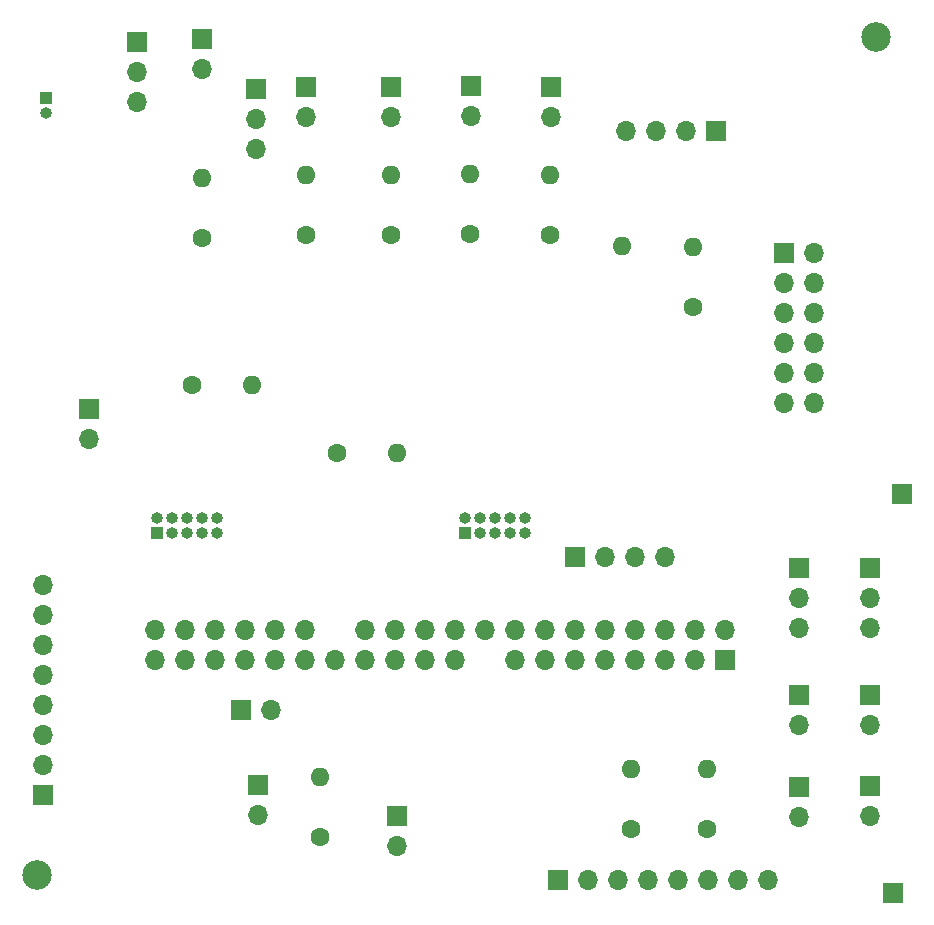
<source format=gbr>
%TF.GenerationSoftware,KiCad,Pcbnew,8.0.8*%
%TF.CreationDate,2025-03-27T16:07:45-04:00*%
%TF.ProjectId,GRIT_main_pcb,47524954-5f6d-4616-996e-5f7063622e6b,rev?*%
%TF.SameCoordinates,Original*%
%TF.FileFunction,Soldermask,Bot*%
%TF.FilePolarity,Negative*%
%FSLAX46Y46*%
G04 Gerber Fmt 4.6, Leading zero omitted, Abs format (unit mm)*
G04 Created by KiCad (PCBNEW 8.0.8) date 2025-03-27 16:07:45*
%MOMM*%
%LPD*%
G01*
G04 APERTURE LIST*
%ADD10R,1.700000X1.700000*%
%ADD11O,1.700000X1.700000*%
%ADD12C,1.600000*%
%ADD13O,1.600000X1.600000*%
%ADD14R,1.000000X1.000000*%
%ADD15O,1.000000X1.000000*%
%ADD16C,2.500000*%
G04 APERTURE END LIST*
D10*
%TO.C,Rel2*%
X35000000Y-20975000D03*
D11*
X35000000Y-23515000D03*
X35000000Y-26055000D03*
%TD*%
D10*
%TO.C,Rel1*%
X25000000Y-16960000D03*
D11*
X25000000Y-19500000D03*
X25000000Y-22040000D03*
%TD*%
D12*
%TO.C,10k*%
X53200000Y-33250000D03*
D13*
X53200000Y-28170000D03*
%TD*%
D10*
%TO.C,On*%
X39300000Y-20765000D03*
D11*
X39300000Y-23305000D03*
%TD*%
D12*
%TO.C,10k*%
X40500000Y-84250000D03*
D13*
X40500000Y-79170000D03*
%TD*%
D12*
%TO.C,10k*%
X39250000Y-33305000D03*
D13*
X39250000Y-28225000D03*
%TD*%
D12*
%TO.C,10k*%
X59950000Y-33290000D03*
D13*
X59950000Y-28210000D03*
%TD*%
D12*
%TO.C,4.7k*%
X66750000Y-83580000D03*
D13*
X66750000Y-78500000D03*
%TD*%
D10*
%TO.C,LED3*%
X81000000Y-72250000D03*
D11*
X81000000Y-74790000D03*
%TD*%
D14*
%TO.C,EncL*%
X26670000Y-58500000D03*
D15*
X26670000Y-57230000D03*
X27940000Y-58500000D03*
X27940000Y-57230000D03*
X29210000Y-58500000D03*
X29210000Y-57230000D03*
X30480000Y-58500000D03*
X30480000Y-57230000D03*
X31750000Y-58500000D03*
X31750000Y-57230000D03*
%TD*%
D16*
%TO.C,REF\u002A\u002A*%
X16500000Y-87500000D03*
%TD*%
D10*
%TO.C,LED4*%
X81000000Y-80025000D03*
D11*
X81000000Y-82565000D03*
%TD*%
D12*
%TO.C,4.7k*%
X41920000Y-51750000D03*
D13*
X47000000Y-51750000D03*
%TD*%
D12*
%TO.C,10k*%
X46450000Y-33290000D03*
D13*
X46450000Y-28210000D03*
%TD*%
D10*
%TO.C,PowMOS2*%
X47000000Y-82500000D03*
D11*
X47000000Y-85040000D03*
%TD*%
D10*
%TO.C,Dual Motor Driver*%
X79710000Y-34840000D03*
D11*
X82250000Y-34840000D03*
X79710000Y-37380000D03*
X82250000Y-37380000D03*
X79710000Y-39920000D03*
X82250000Y-39920000D03*
X79710000Y-42460000D03*
X82250000Y-42460000D03*
X79710000Y-45000000D03*
X82250000Y-45000000D03*
X79710000Y-47540000D03*
X82250000Y-47540000D03*
%TD*%
D10*
%TO.C,PB 1*%
X46500000Y-20750000D03*
D11*
X46500000Y-23290000D03*
%TD*%
D10*
%TO.C,IMU*%
X17000000Y-80750000D03*
D11*
X17000000Y-78210000D03*
X17000000Y-75670000D03*
X17000000Y-73130000D03*
X17000000Y-70590000D03*
X17000000Y-68050000D03*
X17000000Y-65510000D03*
X17000000Y-62970000D03*
%TD*%
D10*
%TO.C,LED1*%
X87000000Y-72225000D03*
D11*
X87000000Y-74765000D03*
%TD*%
D12*
%TO.C,4.7k*%
X73250000Y-83580000D03*
D13*
X73250000Y-78500000D03*
%TD*%
D14*
%TO.C,Cooling Fan*%
X17300000Y-21730000D03*
D15*
X17300000Y-23000000D03*
%TD*%
D16*
%TO.C,REF\u002A\u002A*%
X87500000Y-16500000D03*
%TD*%
D12*
%TO.C,4.7k*%
X72075000Y-39395000D03*
D13*
X72075000Y-34315000D03*
%TD*%
D12*
%TO.C,4.7k*%
X29595000Y-46000000D03*
D13*
X34675000Y-46000000D03*
%TD*%
D10*
%TO.C,LED1*%
X87000000Y-79950000D03*
D11*
X87000000Y-82490000D03*
%TD*%
D10*
%TO.C,BMS*%
X60590000Y-87935000D03*
D11*
X63130000Y-87935000D03*
X65670000Y-87935000D03*
X68210000Y-87935000D03*
X70750000Y-87935000D03*
X73290000Y-87935000D03*
X75830000Y-87935000D03*
X78370000Y-87935000D03*
%TD*%
D10*
%TO.C,PB 3*%
X60000000Y-20750000D03*
D11*
X60000000Y-23290000D03*
%TD*%
D13*
%TO.C,4.7k*%
X66000000Y-34235000D03*
%TD*%
D10*
%TO.C,LCD*%
X74000000Y-24500000D03*
D11*
X71460000Y-24500000D03*
X68920000Y-24500000D03*
X66380000Y-24500000D03*
%TD*%
D10*
%TO.C,MOS1*%
X81000000Y-61500000D03*
D11*
X81000000Y-64040000D03*
X81000000Y-66580000D03*
%TD*%
D10*
%TO.C,LED+*%
X89750000Y-55250000D03*
%TD*%
%TO.C,Limit Switch*%
X35250000Y-79895000D03*
D11*
X35250000Y-82435000D03*
%TD*%
D10*
%TO.C,Pico*%
X20895000Y-48000000D03*
D11*
X20895000Y-50540000D03*
%TD*%
D10*
%TO.C,PB 2*%
X53250000Y-20710000D03*
D11*
X53250000Y-23250000D03*
%TD*%
D10*
%TO.C,PowMOS1*%
X33750000Y-73500000D03*
D11*
X36290000Y-73500000D03*
%TD*%
D12*
%TO.C,10k*%
X30450000Y-33515000D03*
D13*
X30450000Y-28435000D03*
%TD*%
D10*
%TO.C,MOS2*%
X87000000Y-61500000D03*
D11*
X87000000Y-64040000D03*
X87000000Y-66580000D03*
%TD*%
D10*
%TO.C,LED-*%
X89000000Y-89000000D03*
%TD*%
D14*
%TO.C,EncR*%
X52710000Y-58500000D03*
D15*
X52710000Y-57230000D03*
X53980000Y-58500000D03*
X53980000Y-57230000D03*
X55250000Y-58500000D03*
X55250000Y-57230000D03*
X56520000Y-58500000D03*
X56520000Y-57230000D03*
X57790000Y-58500000D03*
X57790000Y-57230000D03*
%TD*%
D10*
%TO.C,EStop*%
X30500000Y-16700000D03*
D11*
X30500000Y-19240000D03*
%TD*%
D10*
%TO.C,Raspberry Pi*%
X74780000Y-69290000D03*
D11*
X74780000Y-66750000D03*
X72240000Y-69290000D03*
X72240000Y-66750000D03*
X69700000Y-69290000D03*
X69700000Y-66750000D03*
X67160000Y-69290000D03*
X67160000Y-66750000D03*
X64620000Y-69290000D03*
X64620000Y-66750000D03*
X62080000Y-69290000D03*
X62080000Y-66750000D03*
X59540000Y-69290000D03*
X59540000Y-66750000D03*
X57000000Y-69290000D03*
X57000000Y-66750000D03*
X54460000Y-66750000D03*
X51920000Y-69290000D03*
X51920000Y-66750000D03*
X49380000Y-69290000D03*
X49380000Y-66750000D03*
X46840000Y-69290000D03*
X46840000Y-66750000D03*
X44300000Y-69290000D03*
X44300000Y-66750000D03*
X41760000Y-69290000D03*
X39220000Y-69290000D03*
X39220000Y-66750000D03*
X36680000Y-69290000D03*
X36680000Y-66750000D03*
X34140000Y-69290000D03*
X34140000Y-66750000D03*
X31600000Y-69290000D03*
X31600000Y-66750000D03*
X29060000Y-69290000D03*
X29060000Y-66750000D03*
X26520000Y-69290000D03*
X26520000Y-66750000D03*
%TD*%
D10*
%TO.C,GPS*%
X62010000Y-60540000D03*
D11*
X64550000Y-60540000D03*
X67090000Y-60540000D03*
X69630000Y-60540000D03*
%TD*%
M02*

</source>
